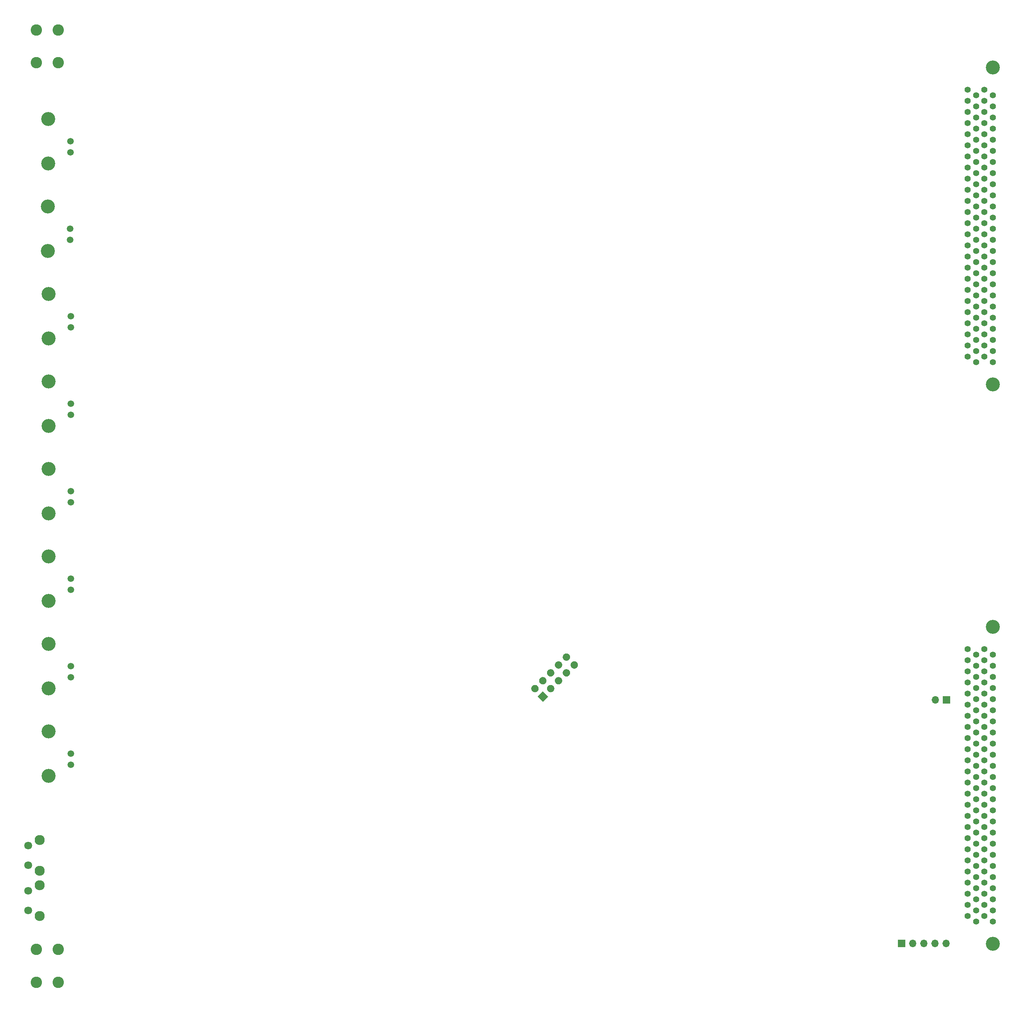
<source format=gbr>
%TF.GenerationSoftware,KiCad,Pcbnew,5.1.10-88a1d61d58~88~ubuntu20.04.1*%
%TF.CreationDate,2021-08-07T16:27:16+02:00*%
%TF.ProjectId,bkm-68x-simple,626b6d2d-3638-4782-9d73-696d706c652e,D*%
%TF.SameCoordinates,Original*%
%TF.FileFunction,Soldermask,Bot*%
%TF.FilePolarity,Negative*%
%FSLAX46Y46*%
G04 Gerber Fmt 4.6, Leading zero omitted, Abs format (unit mm)*
G04 Created by KiCad (PCBNEW 5.1.10-88a1d61d58~88~ubuntu20.04.1) date 2021-08-07 16:27:16*
%MOMM*%
%LPD*%
G01*
G04 APERTURE LIST*
%ADD10C,3.200000*%
%ADD11C,1.400000*%
%ADD12C,2.300000*%
%ADD13C,1.800000*%
%ADD14C,1.500000*%
%ADD15R,1.700000X1.700000*%
%ADD16O,1.700000X1.700000*%
%ADD17C,0.100000*%
%ADD18C,2.600000*%
G04 APERTURE END LIST*
D10*
%TO.C,CN985*%
X274955000Y-122210000D03*
X274955000Y-49820000D03*
D11*
X274955000Y-56170000D03*
X274955000Y-58710000D03*
X274955000Y-61250000D03*
X274955000Y-63790000D03*
X274955000Y-66330000D03*
X274955000Y-68870000D03*
X274955000Y-71410000D03*
X274955000Y-73950000D03*
X274955000Y-76490000D03*
X274955000Y-79030000D03*
X274955000Y-81570000D03*
X274955000Y-84110000D03*
X274955000Y-86650000D03*
X274955000Y-89190000D03*
X274955000Y-91730000D03*
X274955000Y-94270000D03*
X274955000Y-96810000D03*
X274955000Y-99350000D03*
X274955000Y-101890000D03*
X274955000Y-104430000D03*
X274955000Y-106970000D03*
X274955000Y-109510000D03*
X274955000Y-112050000D03*
X274955000Y-114590000D03*
X274955000Y-117130000D03*
X269240000Y-54900000D03*
X269240000Y-57440000D03*
X269240000Y-59980000D03*
X269240000Y-62520000D03*
X269240000Y-65060000D03*
X269240000Y-67600000D03*
X269240000Y-70140000D03*
X269240000Y-72680000D03*
X269240000Y-75220000D03*
X269240000Y-77760000D03*
X269240000Y-80300000D03*
X269240000Y-82840000D03*
X269240000Y-85380000D03*
X269240000Y-87920000D03*
X269240000Y-90460000D03*
X269240000Y-93000000D03*
X269240000Y-95540000D03*
X269240000Y-98080000D03*
X269240000Y-100620000D03*
X269240000Y-103160000D03*
X269240000Y-105700000D03*
X269240000Y-108240000D03*
X269240000Y-110780000D03*
X269240000Y-113320000D03*
X269240000Y-115860000D03*
X271145000Y-56170000D03*
X271145000Y-58710000D03*
X271145000Y-61250000D03*
X271145000Y-63790000D03*
X271145000Y-66330000D03*
X271145000Y-68870000D03*
X271145000Y-71410000D03*
X271145000Y-73950000D03*
X271145000Y-76490000D03*
X271145000Y-79030000D03*
X271145000Y-81570000D03*
X271145000Y-84110000D03*
X271145000Y-86650000D03*
X271145000Y-89190000D03*
X271145000Y-91730000D03*
X271145000Y-94270000D03*
X271145000Y-96810000D03*
X271145000Y-99350000D03*
X271145000Y-101890000D03*
X271145000Y-104430000D03*
X271145000Y-106970000D03*
X271145000Y-109510000D03*
X271145000Y-112050000D03*
X271145000Y-114590000D03*
X271145000Y-117130000D03*
X273050000Y-54900000D03*
X273050000Y-57440000D03*
X273050000Y-59980000D03*
X273050000Y-62520000D03*
X273050000Y-65060000D03*
X273050000Y-67600000D03*
X273050000Y-70140000D03*
X273050000Y-72680000D03*
X273050000Y-75220000D03*
X273050000Y-77760000D03*
X273050000Y-80300000D03*
X273050000Y-82840000D03*
X273050000Y-85380000D03*
X273050000Y-87920000D03*
X273050000Y-90460000D03*
X273050000Y-93000000D03*
X273050000Y-95540000D03*
X273050000Y-98080000D03*
X273050000Y-100620000D03*
X273050000Y-103160000D03*
X273050000Y-105700000D03*
X273050000Y-108240000D03*
X273050000Y-110780000D03*
X273050000Y-113320000D03*
X273050000Y-115860000D03*
%TD*%
D10*
%TO.C,CN986*%
X274955000Y-250010000D03*
X274955000Y-177620000D03*
D11*
X274955000Y-183970000D03*
X274955000Y-186510000D03*
X274955000Y-189050000D03*
X274955000Y-191590000D03*
X274955000Y-194130000D03*
X274955000Y-196670000D03*
X274955000Y-199210000D03*
X274955000Y-201750000D03*
X274955000Y-204290000D03*
X274955000Y-206830000D03*
X274955000Y-209370000D03*
X274955000Y-211910000D03*
X274955000Y-214450000D03*
X274955000Y-216990000D03*
X274955000Y-219530000D03*
X274955000Y-222070000D03*
X274955000Y-224610000D03*
X274955000Y-227150000D03*
X274955000Y-229690000D03*
X274955000Y-232230000D03*
X274955000Y-234770000D03*
X274955000Y-237310000D03*
X274955000Y-239850000D03*
X274955000Y-242390000D03*
X274955000Y-244930000D03*
X269240000Y-182700000D03*
X269240000Y-185240000D03*
X269240000Y-187780000D03*
X269240000Y-190320000D03*
X269240000Y-192860000D03*
X269240000Y-195400000D03*
X269240000Y-197940000D03*
X269240000Y-200480000D03*
X269240000Y-203020000D03*
X269240000Y-205560000D03*
X269240000Y-208100000D03*
X269240000Y-210640000D03*
X269240000Y-213180000D03*
X269240000Y-215720000D03*
X269240000Y-218260000D03*
X269240000Y-220800000D03*
X269240000Y-223340000D03*
X269240000Y-225880000D03*
X269240000Y-228420000D03*
X269240000Y-230960000D03*
X269240000Y-233500000D03*
X269240000Y-236040000D03*
X269240000Y-238580000D03*
X269240000Y-241120000D03*
X269240000Y-243660000D03*
X271145000Y-183970000D03*
X271145000Y-186510000D03*
X271145000Y-189050000D03*
X271145000Y-191590000D03*
X271145000Y-194130000D03*
X271145000Y-196670000D03*
X271145000Y-199210000D03*
X271145000Y-201750000D03*
X271145000Y-204290000D03*
X271145000Y-206830000D03*
X271145000Y-209370000D03*
X271145000Y-211910000D03*
X271145000Y-214450000D03*
X271145000Y-216990000D03*
X271145000Y-219530000D03*
X271145000Y-222070000D03*
X271145000Y-224610000D03*
X271145000Y-227150000D03*
X271145000Y-229690000D03*
X271145000Y-232230000D03*
X271145000Y-234770000D03*
X271145000Y-237310000D03*
X271145000Y-239850000D03*
X271145000Y-242390000D03*
X271145000Y-244930000D03*
X273050000Y-182700000D03*
X273050000Y-185240000D03*
X273050000Y-187780000D03*
X273050000Y-190320000D03*
X273050000Y-192860000D03*
X273050000Y-195400000D03*
X273050000Y-197940000D03*
X273050000Y-200480000D03*
X273050000Y-203020000D03*
X273050000Y-205560000D03*
X273050000Y-208100000D03*
X273050000Y-210640000D03*
X273050000Y-213180000D03*
X273050000Y-215720000D03*
X273050000Y-218260000D03*
X273050000Y-220800000D03*
X273050000Y-223340000D03*
X273050000Y-225880000D03*
X273050000Y-228420000D03*
X273050000Y-230960000D03*
X273050000Y-233500000D03*
X273050000Y-236040000D03*
X273050000Y-238580000D03*
X273050000Y-241120000D03*
X273050000Y-243660000D03*
%TD*%
D12*
%TO.C,SW1*%
X57341400Y-243621100D03*
X57341400Y-236621100D03*
D13*
X54791400Y-242371100D03*
X54791400Y-237871100D03*
%TD*%
D12*
%TO.C,SW2*%
X57341400Y-233270600D03*
X57341400Y-226270600D03*
D13*
X54791400Y-232020600D03*
X54791400Y-227520600D03*
%TD*%
D14*
%TO.C,J1*%
X64418000Y-69215000D03*
D10*
X59338000Y-61595000D03*
X59338000Y-71755000D03*
D14*
X64418000Y-66675000D03*
%TD*%
%TO.C,J2*%
X64519600Y-109196800D03*
D10*
X59439600Y-101576800D03*
X59439600Y-111736800D03*
D14*
X64519600Y-106656800D03*
%TD*%
%TO.C,J3*%
X64519600Y-149151000D03*
D10*
X59439600Y-141531000D03*
X59439600Y-151691000D03*
D14*
X64519600Y-146611000D03*
%TD*%
%TO.C,J4*%
X64519600Y-189130600D03*
D10*
X59439600Y-181510600D03*
X59439600Y-191670600D03*
D14*
X64519600Y-186590600D03*
%TD*%
D15*
%TO.C,J12*%
X254156000Y-249872500D03*
D16*
X256696000Y-249872500D03*
X259236000Y-249872500D03*
X261776000Y-249872500D03*
X264316000Y-249872500D03*
%TD*%
D17*
%TO.C,J14*%
G36*
X173439482Y-193497200D02*
G01*
X172237400Y-194699282D01*
X171035318Y-193497200D01*
X172237400Y-192295118D01*
X173439482Y-193497200D01*
G37*
G36*
G01*
X171042390Y-192302190D02*
X171042390Y-192302190D01*
G75*
G02*
X169840308Y-192302190I-601041J601041D01*
G01*
X169840308Y-192302190D01*
G75*
G02*
X169840308Y-191100108I601041J601041D01*
G01*
X169840308Y-191100108D01*
G75*
G02*
X171042390Y-191100108I601041J-601041D01*
G01*
X171042390Y-191100108D01*
G75*
G02*
X171042390Y-192302190I-601041J-601041D01*
G01*
G37*
G36*
G01*
X174634492Y-192302190D02*
X174634492Y-192302190D01*
G75*
G02*
X173432410Y-192302190I-601041J601041D01*
G01*
X173432410Y-192302190D01*
G75*
G02*
X173432410Y-191100108I601041J601041D01*
G01*
X173432410Y-191100108D01*
G75*
G02*
X174634492Y-191100108I601041J-601041D01*
G01*
X174634492Y-191100108D01*
G75*
G02*
X174634492Y-192302190I-601041J-601041D01*
G01*
G37*
G36*
G01*
X172838441Y-190506139D02*
X172838441Y-190506139D01*
G75*
G02*
X171636359Y-190506139I-601041J601041D01*
G01*
X171636359Y-190506139D01*
G75*
G02*
X171636359Y-189304057I601041J601041D01*
G01*
X171636359Y-189304057D01*
G75*
G02*
X172838441Y-189304057I601041J-601041D01*
G01*
X172838441Y-189304057D01*
G75*
G02*
X172838441Y-190506139I-601041J-601041D01*
G01*
G37*
G36*
G01*
X176430543Y-190506139D02*
X176430543Y-190506139D01*
G75*
G02*
X175228461Y-190506139I-601041J601041D01*
G01*
X175228461Y-190506139D01*
G75*
G02*
X175228461Y-189304057I601041J601041D01*
G01*
X175228461Y-189304057D01*
G75*
G02*
X176430543Y-189304057I601041J-601041D01*
G01*
X176430543Y-189304057D01*
G75*
G02*
X176430543Y-190506139I-601041J-601041D01*
G01*
G37*
G36*
G01*
X174634492Y-188710087D02*
X174634492Y-188710087D01*
G75*
G02*
X173432410Y-188710087I-601041J601041D01*
G01*
X173432410Y-188710087D01*
G75*
G02*
X173432410Y-187508005I601041J601041D01*
G01*
X173432410Y-187508005D01*
G75*
G02*
X174634492Y-187508005I601041J-601041D01*
G01*
X174634492Y-187508005D01*
G75*
G02*
X174634492Y-188710087I-601041J-601041D01*
G01*
G37*
G36*
G01*
X178226595Y-188710087D02*
X178226595Y-188710087D01*
G75*
G02*
X177024513Y-188710087I-601041J601041D01*
G01*
X177024513Y-188710087D01*
G75*
G02*
X177024513Y-187508005I601041J601041D01*
G01*
X177024513Y-187508005D01*
G75*
G02*
X178226595Y-187508005I601041J-601041D01*
G01*
X178226595Y-187508005D01*
G75*
G02*
X178226595Y-188710087I-601041J-601041D01*
G01*
G37*
G36*
G01*
X176430543Y-186914036D02*
X176430543Y-186914036D01*
G75*
G02*
X175228461Y-186914036I-601041J601041D01*
G01*
X175228461Y-186914036D01*
G75*
G02*
X175228461Y-185711954I601041J601041D01*
G01*
X175228461Y-185711954D01*
G75*
G02*
X176430543Y-185711954I601041J-601041D01*
G01*
X176430543Y-185711954D01*
G75*
G02*
X176430543Y-186914036I-601041J-601041D01*
G01*
G37*
G36*
G01*
X180022646Y-186914036D02*
X180022646Y-186914036D01*
G75*
G02*
X178820564Y-186914036I-601041J601041D01*
G01*
X178820564Y-186914036D01*
G75*
G02*
X178820564Y-185711954I601041J601041D01*
G01*
X178820564Y-185711954D01*
G75*
G02*
X180022646Y-185711954I601041J-601041D01*
G01*
X180022646Y-185711954D01*
G75*
G02*
X180022646Y-186914036I-601041J-601041D01*
G01*
G37*
G36*
G01*
X178226595Y-185117985D02*
X178226595Y-185117985D01*
G75*
G02*
X177024513Y-185117985I-601041J601041D01*
G01*
X177024513Y-185117985D01*
G75*
G02*
X177024513Y-183915903I601041J601041D01*
G01*
X177024513Y-183915903D01*
G75*
G02*
X178226595Y-183915903I601041J-601041D01*
G01*
X178226595Y-183915903D01*
G75*
G02*
X178226595Y-185117985I-601041J-601041D01*
G01*
G37*
%TD*%
D14*
%TO.C,J13*%
X64291000Y-86667000D03*
D10*
X59211000Y-91747000D03*
X59211000Y-81587000D03*
D14*
X64291000Y-89207000D03*
%TD*%
%TO.C,J15*%
X64519600Y-129161200D03*
D10*
X59439600Y-121541200D03*
X59439600Y-131701200D03*
D14*
X64519600Y-126621200D03*
%TD*%
%TO.C,J16*%
X64520000Y-166600800D03*
D10*
X59440000Y-171680800D03*
X59440000Y-161520800D03*
D14*
X64520000Y-169140800D03*
%TD*%
%TO.C,J17*%
X64506900Y-209120400D03*
D10*
X59426900Y-201500400D03*
X59426900Y-211660400D03*
D14*
X64506900Y-206580400D03*
%TD*%
D18*
%TO.C,H1*%
X56640000Y-251266000D03*
X61640000Y-251266000D03*
X61640000Y-258766000D03*
X56640000Y-258766000D03*
%TD*%
%TO.C,H2*%
X56640000Y-48750000D03*
X61640000Y-48750000D03*
X61640000Y-41250000D03*
X56640000Y-41250000D03*
%TD*%
D15*
%TO.C,J18*%
X264414000Y-194246500D03*
D16*
X261874000Y-194246500D03*
%TD*%
M02*

</source>
